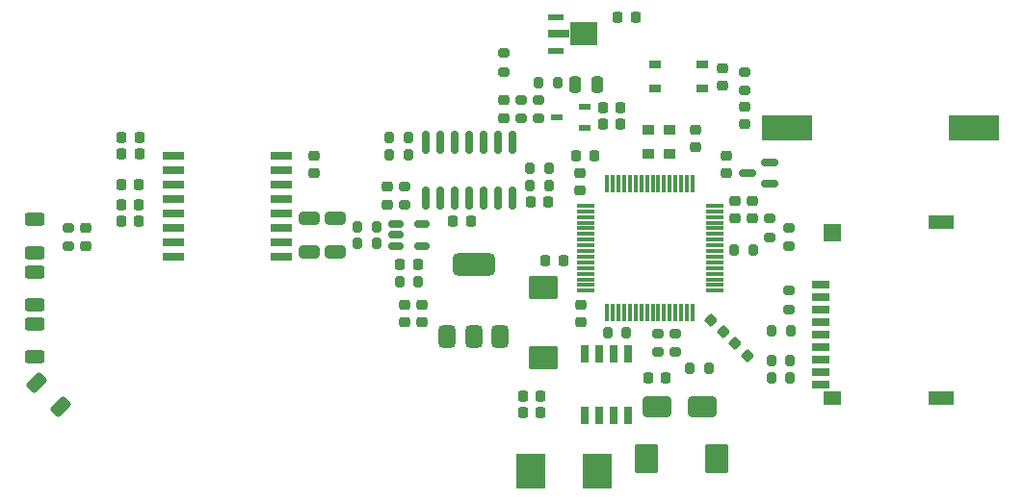
<source format=gbr>
%TF.GenerationSoftware,KiCad,Pcbnew,8.0.6*%
%TF.CreationDate,2025-01-24T04:36:41+09:00*%
%TF.ProjectId,fsk-energymeter,66736b2d-656e-4657-9267-796d65746572,v0.0.1*%
%TF.SameCoordinates,Original*%
%TF.FileFunction,Paste,Top*%
%TF.FilePolarity,Positive*%
%FSLAX46Y46*%
G04 Gerber Fmt 4.6, Leading zero omitted, Abs format (unit mm)*
G04 Created by KiCad (PCBNEW 8.0.6) date 2025-01-24 04:36:41*
%MOMM*%
%LPD*%
G01*
G04 APERTURE LIST*
G04 Aperture macros list*
%AMRoundRect*
0 Rectangle with rounded corners*
0 $1 Rounding radius*
0 $2 $3 $4 $5 $6 $7 $8 $9 X,Y pos of 4 corners*
0 Add a 4 corners polygon primitive as box body*
4,1,4,$2,$3,$4,$5,$6,$7,$8,$9,$2,$3,0*
0 Add four circle primitives for the rounded corners*
1,1,$1+$1,$2,$3*
1,1,$1+$1,$4,$5*
1,1,$1+$1,$6,$7*
1,1,$1+$1,$8,$9*
0 Add four rect primitives between the rounded corners*
20,1,$1+$1,$2,$3,$4,$5,0*
20,1,$1+$1,$4,$5,$6,$7,0*
20,1,$1+$1,$6,$7,$8,$9,0*
20,1,$1+$1,$8,$9,$2,$3,0*%
G04 Aperture macros list end*
%ADD10RoundRect,0.500000X1.400000X-0.500000X1.400000X0.500000X-1.400000X0.500000X-1.400000X-0.500000X0*%
%ADD11RoundRect,0.375000X0.375000X-0.625000X0.375000X0.625000X-0.375000X0.625000X-0.375000X-0.625000X0*%
%ADD12RoundRect,0.225000X-0.225000X-0.250000X0.225000X-0.250000X0.225000X0.250000X-0.225000X0.250000X0*%
%ADD13RoundRect,0.200000X0.200000X0.275000X-0.200000X0.275000X-0.200000X-0.275000X0.200000X-0.275000X0*%
%ADD14R,4.500000X2.300000*%
%ADD15RoundRect,0.150000X0.587500X0.150000X-0.587500X0.150000X-0.587500X-0.150000X0.587500X-0.150000X0*%
%ADD16RoundRect,0.200000X0.275000X-0.200000X0.275000X0.200000X-0.275000X0.200000X-0.275000X-0.200000X0*%
%ADD17RoundRect,0.250000X0.650000X-0.325000X0.650000X0.325000X-0.650000X0.325000X-0.650000X-0.325000X0*%
%ADD18RoundRect,0.218750X0.256250X-0.218750X0.256250X0.218750X-0.256250X0.218750X-0.256250X-0.218750X0*%
%ADD19RoundRect,0.225000X-0.250000X0.225000X-0.250000X-0.225000X0.250000X-0.225000X0.250000X0.225000X0*%
%ADD20RoundRect,0.250000X-0.787500X-1.025000X0.787500X-1.025000X0.787500X1.025000X-0.787500X1.025000X0*%
%ADD21RoundRect,0.250000X0.662913X0.220971X0.220971X0.662913X-0.662913X-0.220971X-0.220971X-0.662913X0*%
%ADD22R,1.950000X0.650000*%
%ADD23RoundRect,0.200000X-0.275000X0.200000X-0.275000X-0.200000X0.275000X-0.200000X0.275000X0.200000X0*%
%ADD24RoundRect,0.200000X-0.200000X-0.275000X0.200000X-0.275000X0.200000X0.275000X-0.200000X0.275000X0*%
%ADD25RoundRect,0.250000X0.625000X-0.312500X0.625000X0.312500X-0.625000X0.312500X-0.625000X-0.312500X0*%
%ADD26R,0.650000X1.528000*%
%ADD27RoundRect,0.225000X-0.335876X-0.017678X-0.017678X-0.335876X0.335876X0.017678X0.017678X0.335876X0*%
%ADD28R,1.050000X0.650000*%
%ADD29R,1.600000X0.700000*%
%ADD30R,1.500000X1.200000*%
%ADD31R,2.200000X1.200000*%
%ADD32R,1.500000X1.600000*%
%ADD33RoundRect,0.225000X0.250000X-0.225000X0.250000X0.225000X-0.250000X0.225000X-0.250000X-0.225000X0*%
%ADD34RoundRect,0.075000X-0.075000X0.700000X-0.075000X-0.700000X0.075000X-0.700000X0.075000X0.700000X0*%
%ADD35RoundRect,0.075000X-0.700000X0.075000X-0.700000X-0.075000X0.700000X-0.075000X0.700000X0.075000X0*%
%ADD36R,1.000000X0.600000*%
%ADD37RoundRect,0.250000X1.025000X-0.787500X1.025000X0.787500X-1.025000X0.787500X-1.025000X-0.787500X0*%
%ADD38R,2.550000X3.050000*%
%ADD39R,1.400000X0.570000*%
%ADD40R,1.900000X0.650000*%
%ADD41R,2.450000X2.000000*%
%ADD42RoundRect,0.150000X-0.150000X0.825000X-0.150000X-0.825000X0.150000X-0.825000X0.150000X0.825000X0*%
%ADD43R,1.000000X0.900000*%
%ADD44RoundRect,0.150000X-0.512500X-0.150000X0.512500X-0.150000X0.512500X0.150000X-0.512500X0.150000X0*%
%ADD45RoundRect,0.250000X-1.000000X-0.650000X1.000000X-0.650000X1.000000X0.650000X-1.000000X0.650000X0*%
%ADD46RoundRect,0.225000X0.225000X0.250000X-0.225000X0.250000X-0.225000X-0.250000X0.225000X-0.250000X0*%
%ADD47RoundRect,0.250000X-0.250000X-0.475000X0.250000X-0.475000X0.250000X0.475000X-0.250000X0.475000X0*%
G04 APERTURE END LIST*
D10*
%TO.C,U5*%
X121500000Y-96900000D03*
D11*
X119200000Y-103200000D03*
X121500000Y-103200000D03*
X123800000Y-103200000D03*
%TD*%
D12*
%TO.C,C4*%
X90565000Y-91640000D03*
X92115000Y-91640000D03*
%TD*%
D13*
%TO.C,R18*%
X142175000Y-106000000D03*
X140525000Y-106000000D03*
%TD*%
D14*
%TO.C,BT1*%
X149075000Y-84900000D03*
X165475000Y-84900000D03*
%TD*%
D12*
%TO.C,C33*%
X125825000Y-109950000D03*
X127375000Y-109950000D03*
%TD*%
D15*
%TO.C,D1*%
X147500000Y-89800000D03*
X147500000Y-87900000D03*
X145625000Y-88850000D03*
%TD*%
D16*
%TO.C,R20*%
X139200000Y-104600000D03*
X139200000Y-102950000D03*
%TD*%
D17*
%TO.C,C14*%
X109350000Y-95780000D03*
X109350000Y-92830000D03*
%TD*%
D12*
%TO.C,C11*%
X126525000Y-91400000D03*
X128075000Y-91400000D03*
%TD*%
D18*
%TO.C,D3*%
X145300000Y-84537500D03*
X145300000Y-82962500D03*
%TD*%
D19*
%TO.C,C30*%
X116950000Y-100425000D03*
X116950000Y-101975000D03*
%TD*%
D20*
%TO.C,C28*%
X136687500Y-114000000D03*
X142912500Y-114000000D03*
%TD*%
D13*
%TO.C,R15*%
X128875000Y-80850000D03*
X127225000Y-80850000D03*
%TD*%
D19*
%TO.C,C21*%
X144450000Y-91275000D03*
X144450000Y-92825000D03*
%TD*%
D21*
%TO.C,R9*%
X85200000Y-109400000D03*
X83131712Y-107331712D03*
%TD*%
D13*
%TO.C,R1*%
X115770000Y-85700000D03*
X114120000Y-85700000D03*
%TD*%
D22*
%TO.C,IC1*%
X95125000Y-87300000D03*
X95125000Y-88570000D03*
X95125000Y-89840000D03*
X95125000Y-91110000D03*
X95125000Y-92380000D03*
X95125000Y-93650000D03*
X95125000Y-94920000D03*
X95125000Y-96190000D03*
X104575000Y-96190000D03*
X104575000Y-94920000D03*
X104575000Y-93650000D03*
X104575000Y-92380000D03*
X104575000Y-91110000D03*
X104575000Y-89840000D03*
X104575000Y-88570000D03*
X104575000Y-87300000D03*
%TD*%
D12*
%TO.C,C25*%
X132850000Y-84550000D03*
X134400000Y-84550000D03*
%TD*%
D19*
%TO.C,C17*%
X141000000Y-85000000D03*
X141000000Y-86550000D03*
%TD*%
D23*
%TO.C,R14*%
X85900000Y-93640000D03*
X85900000Y-95290000D03*
%TD*%
D12*
%TO.C,C8*%
X90565000Y-89840000D03*
X92115000Y-89840000D03*
%TD*%
%TO.C,C10*%
X134175000Y-75100000D03*
X135725000Y-75100000D03*
%TD*%
%TO.C,C35*%
X127825000Y-96550000D03*
X129375000Y-96550000D03*
%TD*%
D24*
%TO.C,R23*%
X147700000Y-106850000D03*
X149350000Y-106850000D03*
%TD*%
D19*
%TO.C,C31*%
X115450000Y-100425000D03*
X115450000Y-101975000D03*
%TD*%
D25*
%TO.C,R10*%
X82900000Y-105025000D03*
X82900000Y-102100000D03*
%TD*%
D26*
%TO.C,IC4*%
X135055000Y-104739000D03*
X133785000Y-104739000D03*
X132515000Y-104739000D03*
X131245000Y-104739000D03*
X131245000Y-110161000D03*
X132515000Y-110161000D03*
X133785000Y-110161000D03*
X135055000Y-110161000D03*
%TD*%
D27*
%TO.C,C20*%
X142403984Y-101753984D03*
X143500000Y-102850000D03*
%TD*%
D24*
%TO.C,R25*%
X147725000Y-102750000D03*
X149375000Y-102750000D03*
%TD*%
D23*
%TO.C,R26*%
X149250000Y-99175000D03*
X149250000Y-100825000D03*
%TD*%
D13*
%TO.C,R6*%
X128125000Y-88400000D03*
X126475000Y-88400000D03*
%TD*%
D24*
%TO.C,R13*%
X114987500Y-98400000D03*
X116637500Y-98400000D03*
%TD*%
%TO.C,R24*%
X147675000Y-105350000D03*
X149325000Y-105350000D03*
%TD*%
D28*
%TO.C,SW1*%
X141625000Y-81425000D03*
X137475000Y-81425000D03*
X141625000Y-79275000D03*
X137475000Y-79275000D03*
%TD*%
D29*
%TO.C,J4*%
X152000000Y-98650000D03*
X152000000Y-99750000D03*
X152000000Y-100850000D03*
X152000000Y-101950000D03*
X152000000Y-103050000D03*
X152000000Y-104150000D03*
X152000000Y-105250000D03*
X152000000Y-106350000D03*
X152000000Y-107450000D03*
D30*
X153000000Y-108650000D03*
D31*
X162600000Y-108650000D03*
X162600000Y-93150000D03*
D32*
X153000000Y-94050000D03*
%TD*%
D19*
%TO.C,C5*%
X113950000Y-90050000D03*
X113950000Y-91600000D03*
%TD*%
D33*
%TO.C,C22*%
X130850000Y-90400000D03*
X130850000Y-88850000D03*
%TD*%
D12*
%TO.C,C1*%
X119700000Y-93100000D03*
X121250000Y-93100000D03*
%TD*%
D25*
%TO.C,R11*%
X82900000Y-100450000D03*
X82900000Y-97525000D03*
%TD*%
D16*
%TO.C,R21*%
X145300000Y-81575000D03*
X145300000Y-79925000D03*
%TD*%
D33*
%TO.C,C34*%
X143350000Y-81150000D03*
X143350000Y-79600000D03*
%TD*%
D23*
%TO.C,R4*%
X115450000Y-90000000D03*
X115450000Y-91650000D03*
%TD*%
D34*
%TO.C,U4*%
X140750000Y-89775000D03*
X140250000Y-89775000D03*
X139750000Y-89775000D03*
X139250000Y-89775000D03*
X138750000Y-89775000D03*
X138250000Y-89775000D03*
X137750000Y-89775000D03*
X137250000Y-89775000D03*
X136750000Y-89775000D03*
X136250000Y-89775000D03*
X135750000Y-89775000D03*
X135250000Y-89775000D03*
X134750000Y-89775000D03*
X134250000Y-89775000D03*
X133750000Y-89775000D03*
X133250000Y-89775000D03*
D35*
X131325000Y-91700000D03*
X131325000Y-92200000D03*
X131325000Y-92700000D03*
X131325000Y-93200000D03*
X131325000Y-93700000D03*
X131325000Y-94200000D03*
X131325000Y-94700000D03*
X131325000Y-95200000D03*
X131325000Y-95700000D03*
X131325000Y-96200000D03*
X131325000Y-96700000D03*
X131325000Y-97200000D03*
X131325000Y-97700000D03*
X131325000Y-98200000D03*
X131325000Y-98700000D03*
X131325000Y-99200000D03*
D34*
X133250000Y-101125000D03*
X133750000Y-101125000D03*
X134250000Y-101125000D03*
X134750000Y-101125000D03*
X135250000Y-101125000D03*
X135750000Y-101125000D03*
X136250000Y-101125000D03*
X136750000Y-101125000D03*
X137250000Y-101125000D03*
X137750000Y-101125000D03*
X138250000Y-101125000D03*
X138750000Y-101125000D03*
X139250000Y-101125000D03*
X139750000Y-101125000D03*
X140250000Y-101125000D03*
X140750000Y-101125000D03*
D35*
X142675000Y-99200000D03*
X142675000Y-98700000D03*
X142675000Y-98200000D03*
X142675000Y-97700000D03*
X142675000Y-97200000D03*
X142675000Y-96700000D03*
X142675000Y-96200000D03*
X142675000Y-95700000D03*
X142675000Y-95200000D03*
X142675000Y-94700000D03*
X142675000Y-94200000D03*
X142675000Y-93700000D03*
X142675000Y-93200000D03*
X142675000Y-92700000D03*
X142675000Y-92200000D03*
X142675000Y-91700000D03*
%TD*%
D36*
%TO.C,IC3*%
X131250000Y-84900000D03*
X131250000Y-82990000D03*
X128850000Y-83945000D03*
%TD*%
D27*
%TO.C,C36*%
X144503984Y-103853984D03*
X145600000Y-104950000D03*
%TD*%
D37*
%TO.C,C29*%
X127650000Y-105112500D03*
X127650000Y-98887500D03*
%TD*%
D12*
%TO.C,C15*%
X115037500Y-96900000D03*
X116587500Y-96900000D03*
%TD*%
D33*
%TO.C,C12*%
X87390000Y-95240000D03*
X87390000Y-93690000D03*
%TD*%
D38*
%TO.C,L1*%
X126500000Y-115050000D03*
X132400000Y-115050000D03*
%TD*%
D12*
%TO.C,C7*%
X90565000Y-93100000D03*
X92115000Y-93100000D03*
%TD*%
D39*
%TO.C,IC2*%
X128725000Y-75100000D03*
D40*
X128975000Y-76600000D03*
D39*
X128725000Y-78100000D03*
D41*
X131150000Y-76600000D03*
%TD*%
D24*
%TO.C,R5*%
X111325000Y-93560000D03*
X112975000Y-93560000D03*
%TD*%
D23*
%TO.C,R16*%
X127200000Y-82375000D03*
X127200000Y-84025000D03*
%TD*%
D42*
%TO.C,U1*%
X124900000Y-86100000D03*
X123630000Y-86100000D03*
X122360000Y-86100000D03*
X121090000Y-86100000D03*
X119820000Y-86100000D03*
X118550000Y-86100000D03*
X117280000Y-86100000D03*
X117280000Y-91050000D03*
X118550000Y-91050000D03*
X119820000Y-91050000D03*
X121090000Y-91050000D03*
X122360000Y-91050000D03*
X123630000Y-91050000D03*
X124900000Y-91050000D03*
%TD*%
D19*
%TO.C,C18*%
X146000000Y-91275000D03*
X146000000Y-92825000D03*
%TD*%
D23*
%TO.C,R28*%
X149200000Y-93625000D03*
X149200000Y-95275000D03*
%TD*%
D19*
%TO.C,C6*%
X107500000Y-87325000D03*
X107500000Y-88875000D03*
%TD*%
D24*
%TO.C,R22*%
X133275000Y-102900000D03*
X134925000Y-102900000D03*
%TD*%
D43*
%TO.C,X1*%
X136825000Y-85050000D03*
X136825000Y-87150000D03*
X138725000Y-87150000D03*
X138725000Y-85050000D03*
%TD*%
D33*
%TO.C,C26*%
X143750000Y-88875000D03*
X143750000Y-87325000D03*
%TD*%
D44*
%TO.C,U3*%
X114687500Y-93340000D03*
X114687500Y-94290000D03*
X114687500Y-95240000D03*
X116962500Y-95240000D03*
X116962500Y-93340000D03*
%TD*%
D45*
%TO.C,D2*%
X137600000Y-109400000D03*
X141600000Y-109400000D03*
%TD*%
D24*
%TO.C,R8*%
X126475000Y-89900000D03*
X128125000Y-89900000D03*
%TD*%
D12*
%TO.C,C32*%
X125825000Y-108450000D03*
X127375000Y-108450000D03*
%TD*%
D23*
%TO.C,R19*%
X137700000Y-102950000D03*
X137700000Y-104600000D03*
%TD*%
D46*
%TO.C,C23*%
X132100000Y-87300000D03*
X130550000Y-87300000D03*
%TD*%
D23*
%TO.C,R3*%
X124200000Y-78275000D03*
X124200000Y-79925000D03*
%TD*%
D33*
%TO.C,C16*%
X124200000Y-83975000D03*
X124200000Y-82425000D03*
%TD*%
D19*
%TO.C,C19*%
X130950000Y-100400000D03*
X130950000Y-101950000D03*
%TD*%
D16*
%TO.C,R17*%
X125700000Y-84025000D03*
X125700000Y-82375000D03*
%TD*%
%TO.C,R29*%
X147500000Y-94475000D03*
X147500000Y-92825000D03*
%TD*%
D12*
%TO.C,C2*%
X90570000Y-85690000D03*
X92120000Y-85690000D03*
%TD*%
%TO.C,C24*%
X132850000Y-83050000D03*
X134400000Y-83050000D03*
%TD*%
D25*
%TO.C,R12*%
X82900000Y-95837500D03*
X82900000Y-92912500D03*
%TD*%
D12*
%TO.C,C3*%
X90570000Y-87150000D03*
X92120000Y-87150000D03*
%TD*%
D17*
%TO.C,C13*%
X107050000Y-95780000D03*
X107050000Y-92830000D03*
%TD*%
D46*
%TO.C,C27*%
X138400000Y-106850000D03*
X136850000Y-106850000D03*
%TD*%
D13*
%TO.C,R7*%
X112975000Y-95020000D03*
X111325000Y-95020000D03*
%TD*%
D47*
%TO.C,C9*%
X130450000Y-81050000D03*
X132350000Y-81050000D03*
%TD*%
D24*
%TO.C,R2*%
X114120000Y-87200000D03*
X115770000Y-87200000D03*
%TD*%
%TO.C,R27*%
X144425000Y-95650000D03*
X146075000Y-95650000D03*
%TD*%
M02*

</source>
